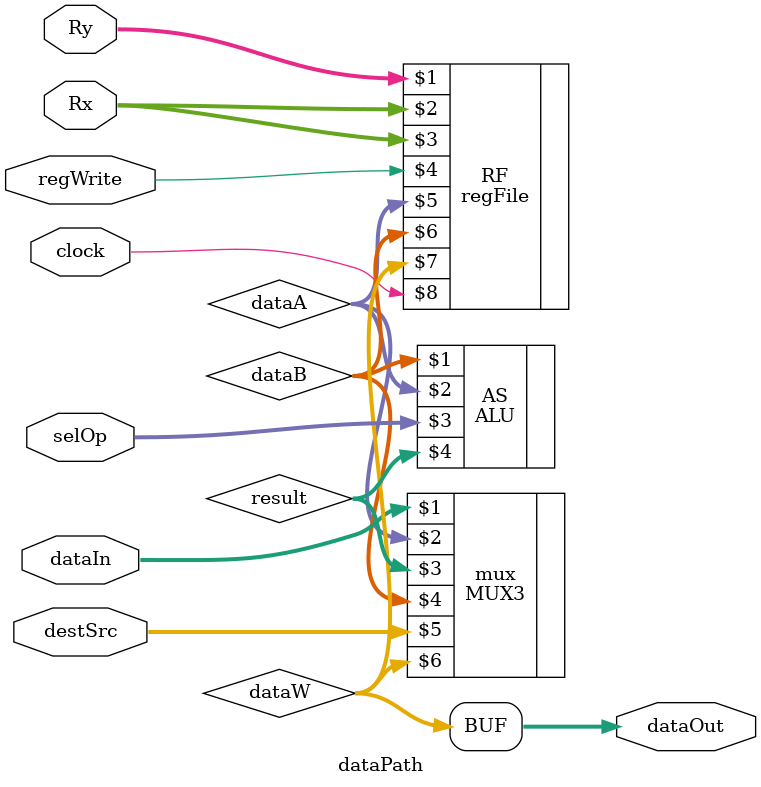
<source format=v>
`timescale 1ns / 1ps


module dataPath(
    input [7:0] dataIn,
	 input [2:0] Rx, Ry, 
    output [7:0] dataOut,
    input [2:0]selOp,
    input [1:0] destSrc,
    input regWrite,
	 input clock
    );
	
	wire [7:0] dataA,  dataB, dataW, result; 

	assign dataOut = dataW;
	
	regFile RF(Ry, Rx, Rx, regWrite, dataA, dataB, dataW, clock);
	
	ALU   AS(dataB, dataA, selOp, result);
	
	MUX3  mux(dataIn, dataA, result,dataB, destSrc, dataW);


endmodule

</source>
